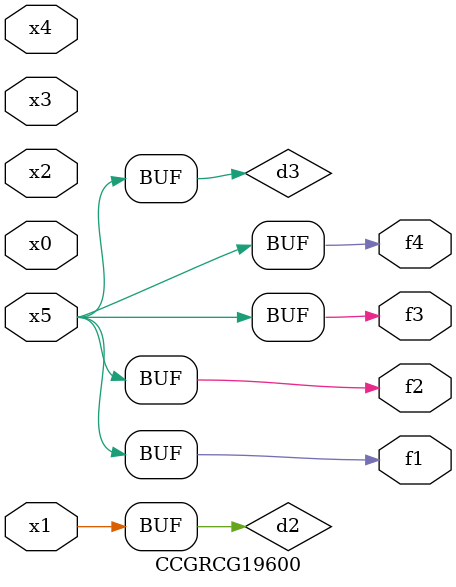
<source format=v>
module CCGRCG19600(
	input x0, x1, x2, x3, x4, x5,
	output f1, f2, f3, f4
);

	wire d1, d2, d3;

	not (d1, x5);
	or (d2, x1);
	xnor (d3, d1);
	assign f1 = d3;
	assign f2 = d3;
	assign f3 = d3;
	assign f4 = d3;
endmodule

</source>
